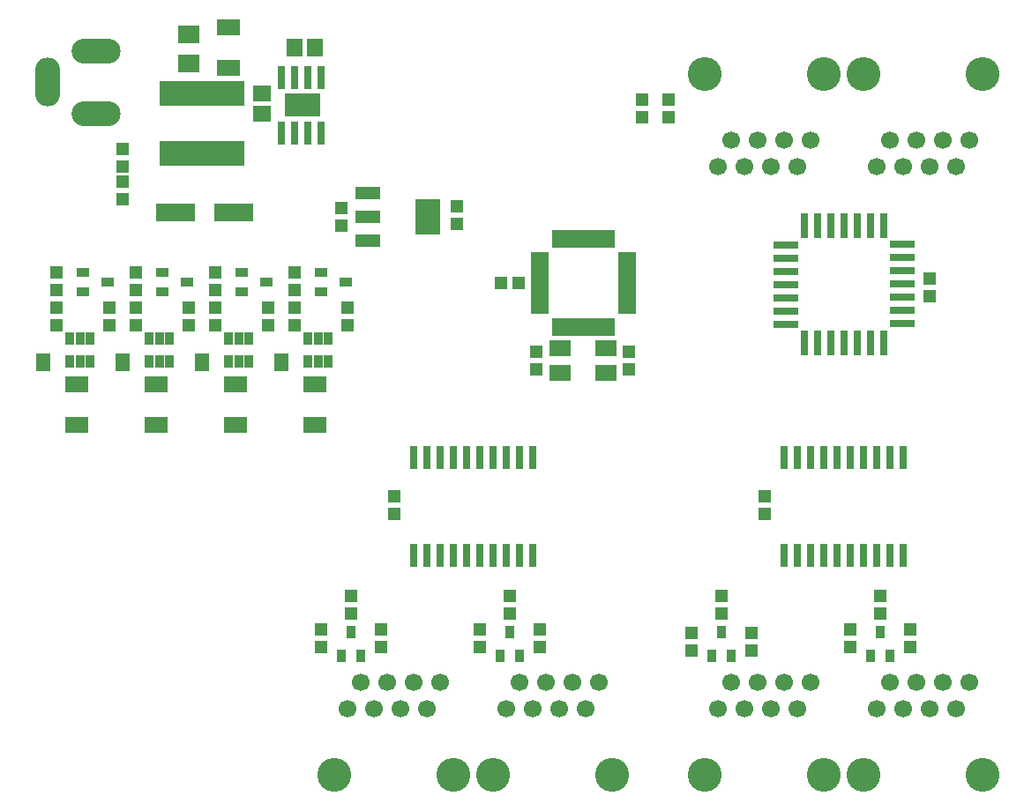
<source format=gts>
G04 DipTrace 2.3.1.0*
%INuCANHub_TopMask.gts*%
%MOIN*%
%ADD45C,0.128*%
%ADD50R,0.0827X0.063*%
%ADD52R,0.0354X0.0472*%
%ADD54R,0.3228X0.0945*%
%ADD56R,0.0579X0.0329*%
%ADD58O,0.0945X0.185*%
%ADD60O,0.185X0.0945*%
%ADD62R,0.0709X0.0197*%
%ADD64R,0.0197X0.0709*%
%ADD66R,0.1339X0.0906*%
%ADD68R,0.0315X0.0866*%
%ADD70R,0.0492X0.0335*%
%ADD72R,0.0925X0.1358*%
%ADD74R,0.0925X0.0453*%
%ADD76R,0.0945X0.0315*%
%ADD78R,0.0315X0.0945*%
%ADD80R,0.0906X0.063*%
%ADD82R,0.0335X0.0492*%
%ADD84C,0.0669*%
%ADD86R,0.0512X0.0472*%
%ADD88R,0.0669X0.0591*%
%ADD90R,0.1457X0.0709*%
%ADD92R,0.0591X0.0669*%
%ADD94R,0.0787X0.0709*%
%ADD96R,0.0472X0.0512*%
%FSLAX44Y44*%
G04*
G70*
G90*
G75*
G01*
%LNTopMask*%
%LPD*%
D96*
X23062Y13187D3*
Y12518D3*
X17062Y13187D3*
Y12518D3*
X37062Y13187D3*
Y12518D3*
X31062Y13187D3*
Y12518D3*
X18687Y16312D3*
Y16981D3*
X32687Y16312D3*
Y16981D3*
D94*
X10937Y33335D3*
Y34437D3*
D92*
X14937Y33937D3*
X15685D3*
D90*
X10437Y27687D3*
X12642D3*
D88*
X13687Y31437D3*
Y32185D3*
D96*
X16687Y27187D3*
Y27856D3*
X21062Y27267D3*
Y27937D3*
X27562Y22437D3*
Y21768D3*
X24062Y21767D3*
Y22437D3*
D86*
X23397Y25022D3*
X22728D3*
D96*
X38937Y24517D3*
Y25187D3*
D84*
X36937Y8937D3*
X37437Y9937D3*
X37937Y8937D3*
X38437Y9937D3*
X38937Y8937D3*
X39437Y9937D3*
X39937Y8937D3*
X40437Y9937D3*
D45*
X36437Y6437D3*
X40937D3*
D84*
X30937Y8937D3*
X31437Y9937D3*
X31937Y8937D3*
X32437Y9937D3*
X32937Y8937D3*
X33437Y9937D3*
X33937Y8937D3*
X34437Y9937D3*
D45*
X30437Y6437D3*
X34937D3*
D84*
X22937Y8937D3*
X23437Y9937D3*
X23937Y8937D3*
X24437Y9937D3*
X24937Y8937D3*
X25437Y9937D3*
X25937Y8937D3*
X26437Y9937D3*
D45*
X22437Y6437D3*
X26937D3*
D84*
X16937Y8937D3*
X17437Y9937D3*
X17937Y8937D3*
X18437Y9937D3*
X18937Y8937D3*
X19437Y9937D3*
X19937Y8937D3*
X20437Y9937D3*
D45*
X16437Y6437D3*
X20937D3*
D84*
X34437Y30437D3*
X33937Y29437D3*
X33437Y30437D3*
X32937Y29437D3*
X32437Y30437D3*
X31937Y29437D3*
X31437Y30437D3*
X30937Y29437D3*
D45*
X34937Y32937D3*
X30437D3*
D84*
X40437Y30437D3*
X39937Y29437D3*
X39437Y30437D3*
X38937Y29437D3*
X38437Y30437D3*
X37937Y29437D3*
X37437Y30437D3*
X36937Y29437D3*
D45*
X40937Y32937D3*
X36437D3*
D82*
X22687Y10937D3*
X23435D3*
X23061Y11843D3*
X16687Y10937D3*
X17435D3*
X17061Y11843D3*
X36687Y10937D3*
X37435D3*
X37061Y11843D3*
X30687Y10937D3*
X31435D3*
X31061Y11843D3*
D80*
X12419Y34705D3*
Y33169D3*
X6687Y21187D3*
Y19652D3*
X9687Y21187D3*
Y19652D3*
X12687Y21187D3*
Y19652D3*
X15687Y21187D3*
Y19652D3*
D78*
X37187Y27187D3*
X36687D3*
X36187D3*
X35687D3*
X35187D3*
X34687D3*
X34187D3*
D76*
X33487Y26477D3*
Y25977D3*
Y25477D3*
Y24977D3*
Y24477D3*
Y23977D3*
Y23477D3*
D78*
X34197Y22778D3*
X34697D3*
X35197D3*
X35697D3*
X36197D3*
X36697D3*
X37197D3*
D76*
X37897Y23487D3*
Y23987D3*
Y24487D3*
Y24987D3*
Y25487D3*
Y25987D3*
Y26487D3*
D74*
X17687Y28437D3*
Y27531D3*
Y26626D3*
D72*
X19970Y27531D3*
D70*
X6937Y25437D3*
Y24689D3*
X7843Y25063D3*
X9937Y25437D3*
Y24689D3*
X10843Y25063D3*
X12937Y25437D3*
Y24689D3*
X13843Y25063D3*
X15937Y25437D3*
Y24689D3*
X16843Y25063D3*
D68*
X14437Y30687D3*
X14937D3*
X15437D3*
X15937D3*
Y32813D3*
X15437D3*
X14937D3*
X14437D3*
D66*
X15226Y31750D3*
D68*
X23937Y18437D3*
X23437D3*
X22937D3*
X22437D3*
X21937D3*
X21437D3*
X20937D3*
X20437D3*
X19937D3*
X19437D3*
Y14736D3*
X19937D3*
X20437D3*
X20937D3*
X21437D3*
X21937D3*
X22437D3*
X22937D3*
X23437D3*
X23937D3*
D64*
X24772Y23380D3*
X24969D3*
X25165D3*
X25362D3*
X25559D3*
X25756D3*
X25953D3*
X26150D3*
X26346D3*
X26543D3*
X26740D3*
X26937D3*
D62*
X27508Y23951D3*
Y24148D3*
Y24344D3*
Y24541D3*
Y24738D3*
Y24935D3*
Y25132D3*
Y25329D3*
Y25526D3*
Y25722D3*
Y25919D3*
Y26116D3*
D64*
X26937Y26687D3*
X26740D3*
X26543D3*
X26346D3*
X26150D3*
X25953D3*
X25756D3*
X25559D3*
X25362D3*
X25165D3*
X24969D3*
X24772D3*
D62*
X24201Y26116D3*
Y25919D3*
Y25722D3*
Y25526D3*
Y25329D3*
Y25132D3*
Y24935D3*
Y24738D3*
Y24541D3*
Y24344D3*
Y24148D3*
Y23951D3*
D68*
X37937Y18437D3*
X37437D3*
X36937D3*
X36437D3*
X35937D3*
X35437D3*
X34937D3*
X34437D3*
X33937D3*
X33437D3*
Y14736D3*
X33937D3*
X34437D3*
X34937D3*
X35437D3*
X35937D3*
X36437D3*
X36937D3*
X37437D3*
X37937D3*
D60*
X7437Y31437D3*
Y33799D3*
D58*
X5587Y32618D3*
G36*
X5687Y22277D2*
X5187D1*
Y21777D1*
X5687D1*
Y22277D1*
G37*
D56*
X5437Y22187D3*
Y21867D3*
G36*
X8687Y22277D2*
X8187D1*
Y21777D1*
X8687D1*
Y22277D1*
G37*
D56*
X8437Y22187D3*
Y21867D3*
G36*
X11687Y22277D2*
X11187D1*
Y21777D1*
X11687D1*
Y22277D1*
G37*
D56*
X11437Y22187D3*
Y21867D3*
G36*
X14687Y22277D2*
X14187D1*
Y21777D1*
X14687D1*
Y22277D1*
G37*
D56*
X14437Y22187D3*
Y21867D3*
D54*
X11437Y32187D3*
Y29943D3*
D52*
X7187Y22937D3*
X6813D3*
X6439D3*
Y22071D3*
X6813D3*
X7187D3*
X10187Y22937D3*
X9813D3*
X9439D3*
Y22071D3*
X9813D3*
X10187D3*
X13187Y22937D3*
X12813D3*
X12439D3*
Y22071D3*
X12813D3*
X13187D3*
X16187Y22937D3*
X15813D3*
X15439D3*
Y22071D3*
X15813D3*
X16187D3*
D96*
X24187Y11937D3*
Y11268D3*
X21937Y11937D3*
Y11268D3*
X18187Y11937D3*
Y11268D3*
X15937Y11937D3*
Y11268D3*
X38187Y11937D3*
Y11268D3*
X35937Y11937D3*
Y11268D3*
X32187Y11812D3*
Y11143D3*
X29937Y11812D3*
Y11143D3*
X5937Y25437D3*
Y24768D3*
X8937Y25437D3*
Y24768D3*
X11937Y25437D3*
Y24768D3*
X14937Y25437D3*
Y24768D3*
X7937Y23437D3*
Y24106D3*
X10937Y23437D3*
Y24106D3*
X13937Y23437D3*
Y24106D3*
X16937Y23437D3*
Y24106D3*
X5937Y23437D3*
Y24106D3*
X8937Y23437D3*
Y24106D3*
X11937Y23437D3*
Y24106D3*
X14937Y23437D3*
Y24106D3*
X8437Y29437D3*
Y30106D3*
Y28187D3*
Y28856D3*
X29062Y31312D3*
Y31981D3*
X28062Y31312D3*
Y31981D3*
D50*
X24955Y21617D3*
X26687D3*
Y22562D3*
X24955D3*
M02*

</source>
